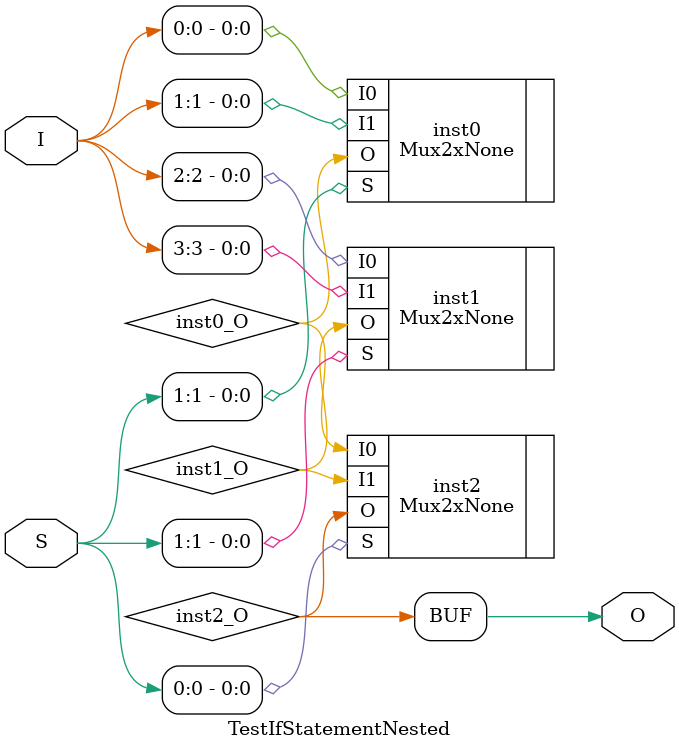
<source format=v>
module TestIfStatementNested (input [3:0] I, input [1:0] S, output  O);
wire  inst0_O;
wire  inst1_O;
wire  inst2_O;
Mux2xNone inst0 (.I0(I[0]), .I1(I[1]), .S(S[1]), .O(inst0_O));
Mux2xNone inst1 (.I0(I[2]), .I1(I[3]), .S(S[1]), .O(inst1_O));
Mux2xNone inst2 (.I0(inst0_O), .I1(inst1_O), .S(S[0]), .O(inst2_O));
assign O = inst2_O;
endmodule


</source>
